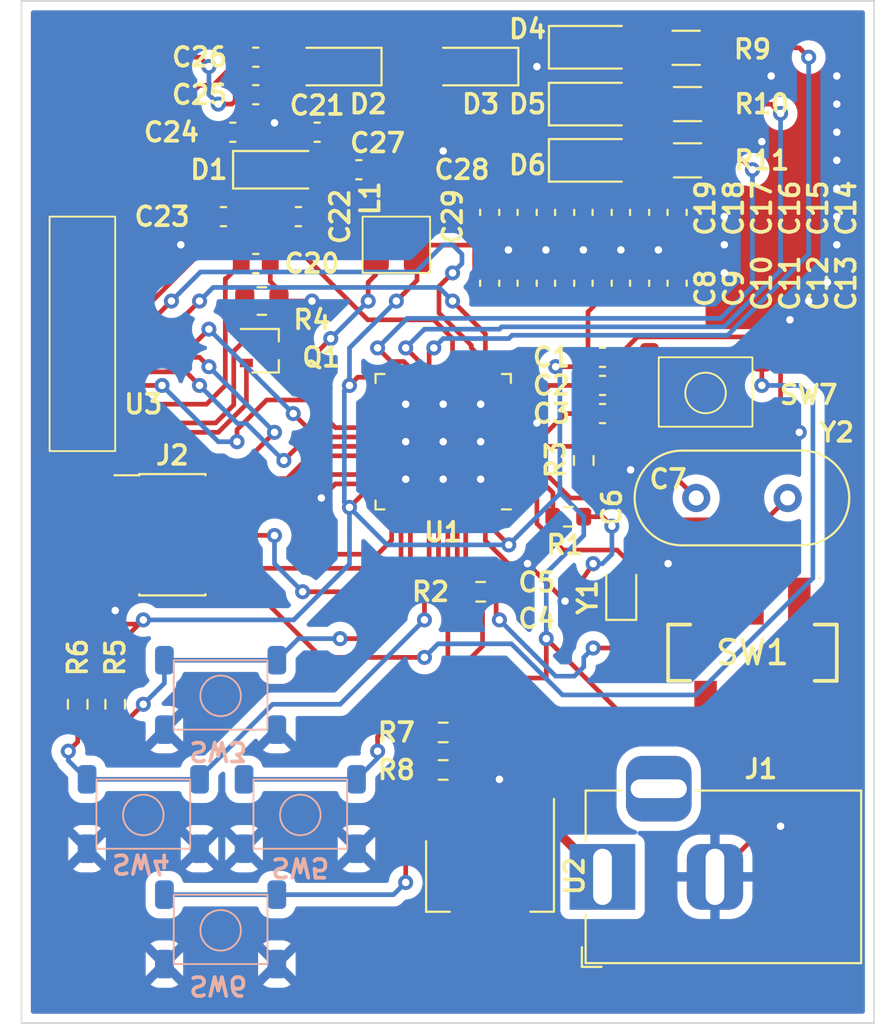
<source format=kicad_pcb>
(kicad_pcb (version 20221018) (generator pcbnew)
  (layers (0 "F.Cu" signal) (31 "B.Cu" signal) (34 "B.Paste" user) (35 "F.Paste" user) (36 "B.SilkS" user "B.Silkscreen") (37 "F.SilkS" user "F.Silkscreen") (38 "B.Mask" user) (39 "F.Mask" user) (44 "Edge.Cuts" user))
  (net 0 "")
  (net 2 "GND")
  (net 3 "VDD")
  (net 11 "Net-(C5-Pad2)")
  (net 12 "Net-(C7-Pad2)")
  (net 13 "Net-(U3-VHDR)")
  (net 14 "Net-(D1-K)")
  (net 15 "Net-(U3-VDH)")
  (net 16 "Net-(U3-VDDD)")
  (net 17 "Net-(U3-VDL)")
  (net 18 "Net-(U3-VCOM)")
  (net 19 "Net-(D2-A)")
  (net 20 "Net-(D1-A)")
  (net 21 "Net-(D2-K)")
  (net 23 "Net-(SW1A-B)")
  (net 24 "Net-(Q1-D)")
  (net 26 "Net-(Q1-G)")
  (net 31 "/epaper/epaper.spi_cs")
  (net 32 "/epaper/epaper.spi_scl")
  (net 33 "/epaper/epaper.spi_sda")
  (net 34 "/epaper/epaper.gpio_bs")
  (net 35 "/epaper/epaper.gpio_dc")
  (net 36 "/epaper/epaper.gpio_busy_n")
  (net 37 "/epaper/epaper.gpio_reset_n")
  (net 42 "unconnected-(U1-PB4-Pad40)")
  (net 43 "Net-(U1-PC14)")
  (net 44 "Net-(U1-PD0)")
  (net 45 "Net-(U1-PC15)")
  (net 46 "Net-(U1-BOOT0)")
  (net 47 "Net-(U1-PD1)")
  (net 48 "Net-(U1-PB5)")
  (net 49 "Net-(U1-PB6)")
  (net 50 "Net-(U1-PB7)")
  (net 51 "Net-(U1-PB8)")
  (net 52 "/nreset")
  (net 53 "Net-(J2-SWDIO{slash}TMS)")
  (net 54 "Net-(J2-SWDCLK{slash}TCK)")
  (net 55 "Net-(J2-SWO{slash}TDO)")
  (net 56 "Net-(J2-NC{slash}TDI)")
  (net 57 "Vin")
  (net 58 "Net-(D4-A)")
  (net 59 "Net-(D5-A)")
  (net 60 "Net-(D6-A)")
  (net 61 "Net-(U1-PB11)")
  (net 62 "Net-(U1-PB10)")
  (net 63 "Net-(U1-PB2)")
  (footprint "Capacitor_SMD:C_0603_1608Metric" (layer "F.Cu") (at 142.98 79.05 90)
    (fp_text reference "C11")
    (fp_text value "100nf")
  )
  (footprint "Capacitor_SMD:C_0603_1608Metric" (layer "F.Cu") (at 136.98 79.05 90)
    (fp_text reference "C8")
    (fp_text value "100nf")
  )
  (footprint "Connector_PinHeader_1.27mm:PinHeader_2x05_P1.27mm_Vertical_SMD" (layer "F.Cu") (at 120.05 92.46)
    (fp_text reference "J2")
    (fp_text value "Conn_ARM_JTAG_SWD_10")
  )
  (footprint "Capacitor_SMD:C_0603_1608Metric" (layer "F.Cu") (at 130 73)
    (fp_text reference "C27")
    (fp_text value "4.7uF / 25V")
  )
  (footprint "Capacitor_SMD:C_0603_1608Metric" (layer "F.Cu") (at 144.98 79.05 90)
    (fp_text reference "C12")
    (fp_text value "100nf")
  )
  (footprint "Resistor_SMD:R_0603_1608Metric" (layer "F.Cu") (at 141.175 91.5 180)
    (fp_text reference "R1")
    (fp_text value "0")
  )
  (footprint "Capacitor_SMD:C_0603_1608Metric" (layer "F.Cu") (at 143 86 180)
    (fp_text reference "C3")
    (fp_text value "100nf")
  )
  (footprint "Capacitor_SMD:C_0201_0603Metric" (layer "F.Cu") (at 133.5 73.5)
    (fp_text reference "C28")
    (fp_text value "1uF / 6.3V")
  )
  (footprint "Diode_SMD:D_SOD-123" (layer "F.Cu") (at 128.85 67.5 180)
    (fp_text reference "D2")
    (fp_text value "SS2040FL")
  )
  (footprint "Crystal:Crystal_SMD_TXC_9HT11-2Pin_2.0x1.2mm" (layer "F.Cu") (at 144 95.8 90)
    (fp_text reference "Y1")
    (fp_text value "32k")
  )
  (footprint "Capacitor_SMD:C_0201_0603Metric" (layer "F.Cu") (at 133.5 74.5)
    (fp_text reference "C29")
    (fp_text value "0.1uF / 16V")
  )
  (footprint "LED_SMD:LED_1206_3216Metric" (layer "F.Cu") (at 142.4275 69.5)
    (fp_text reference "D5")
    (fp_text value "LED")
  )
  (footprint "Capacitor_SMD:C_0603_1608Metric" (layer "F.Cu") (at 142.98 75.275 -90)
    (fp_text reference "C16")
    (fp_text value "100nf")
  )
  (footprint "Capacitor_SMD:C_0603_1608Metric" (layer "F.Cu") (at 140.98 79.05 90)
    (fp_text reference "C10")
    (fp_text value "100nf")
  )
  (footprint "Resistor_SMD:R_0805_2012Metric" (layer "F.Cu") (at 124.825 80 180)
    (fp_text reference "R4")
    (fp_text value "0.47R")
  )
  (footprint "Diode_SMD:D_SOD-123" (layer "F.Cu") (at 125.65 73)
    (fp_text reference "D1")
    (fp_text value "SS2040FL")
  )
  (footprint "Package_DFN_QFN:QFN-48-1EP_7x7mm_P0.5mm_EP5.6x5.6mm" (layer "F.Cu") (at 134.5 87.5 180)
    (fp_text reference "U1")
    (fp_text value "STM32F103CBUx")
  )
  (footprint "Connector_BarrelJack:BarrelJack_Horizontal" (layer "F.Cu") (at 143 110.7 180)
    (fp_text reference "J1")
    (fp_text value "Barrel_Jack")
  )
  (footprint "Capacitor_SMD:C_0603_1608Metric" (layer "F.Cu") (at 124.5 67 180)
    (fp_text reference "C26")
    (fp_text value "1uF / 25V")
  )
  (footprint "Resistor_SMD:R_1206_3216Metric" (layer "F.Cu") (at 147.4625 66.5)
    (fp_text reference "R9")
    (fp_text value "470")
  )
  (footprint "Capacitor_SMD:C_0603_1608Metric" (layer "F.Cu") (at 136.98 75.275 -90)
    (fp_text reference "C19")
    (fp_text value "100nf")
  )
  (footprint "Resistor_SMD:R_0603_1608Metric" (layer "F.Cu") (at 117 101.5 90)
    (fp_text reference "R5")
    (fp_text value "1K")
  )
  (footprint "Resistor_SMD:R_0603_1608Metric" (layer "F.Cu") (at 134.5 103)
    (fp_text reference "R7")
    (fp_text value "1K")
  )
  (footprint "Package_TO_SOT_SMD:SOT-223" (layer "F.Cu") (at 137 110.65 -90)
    (fp_text reference "U2")
    (fp_text value "~")
  )
  (footprint "Capacitor_SMD:C_0201_0603Metric" (layer "F.Cu") (at 143.5 89.345 -90)
    (fp_text reference "C6")
    (fp_text value "20pf")
  )
  (footprint "LED_SMD:LED_1206_3216Metric" (layer "F.Cu") (at 142.4275 72.5)
    (fp_text reference "D6")
    (fp_text value "LED")
  )
  (footprint "Resistor_SMD:R_1206_3216Metric" (layer "F.Cu") (at 147.5375 72.5)
    (fp_text reference "R11")
    (fp_text value "470")
  )
  (footprint "Capacitor_SMD:C_0603_1608Metric" (layer "F.Cu") (at 146.98 75.275 -90)
    (fp_text reference "C14")
    (fp_text value "100nf")
  )
  (footprint "Capacitor_SMD:C_0603_1608Metric" (layer "F.Cu") (at 124.5 69 180)
    (fp_text reference "C25")
    (fp_text value "1uF / 25V")
  )
  (footprint "NoahFootprintLib:PTS526" (layer "F.Cu") (at 152 86.7 180)
    (fp_text reference "SW7")
    (fp_text value "SW_Push")
  )
  (footprint "Capacitor_SMD:C_0603_1608Metric" (layer "F.Cu") (at 123.275 71 180)
    (fp_text reference "C24")
    (fp_text value "1uF / 25V")
  )
  (footprint "Resistor_SMD:R_0603_1608Metric" (layer "F.Cu") (at 136.5 95.5 180)
    (fp_text reference "R2")
    (fp_text value "10K")
  )
  (footprint "Capacitor_SMD:C_0603_1608Metric" (layer "F.Cu") (at 138.98 75.275 -90)
    (fp_text reference "C18")
    (fp_text value "100nf")
  )
  (footprint "Crystal:Crystal_HC49-4H_Vertical" (layer "F.Cu") (at 148 90.5)
    (fp_text reference "Y2")
    (fp_text value "8MHz")
  )
  (footprint "Capacitor_SMD:C_0201_0603Metric" (layer "F.Cu") (at 143.5 87.845 -90)
    (fp_text reference "C7")
    (fp_text value "20pf")
  )
  (footprint "Capacitor_SMD:C_0603_1608Metric" (layer "F.Cu") (at 143 84.5)
    (fp_text reference "C2")
    (fp_text value "1uf")
  )
  (footprint "Capacitor_SMD:C_0603_1608Metric" (layer "F.Cu") (at 140.98 75.275 -90)
    (fp_text reference "C17")
    (fp_text value "100nf")
  )
  (footprint "Capacitor_SMD:C_0201_0603Metric" (layer "F.Cu") (at 141.464744 97)
    (fp_text reference "C4")
    (fp_text value "10pf")
  )
  (footprint "Capacitor_SMD:C_0201_0603Metric" (layer "F.Cu") (at 141.5 95)
    (fp_text reference "C5")
    (fp_text value "10pf")
  )
  (footprint "NoahFootprintLib:E2154QS0F1" (layer "F.Cu") (at 117 91 180)
    (fp_text reference "U3")
    (fp_text value "~")
  )
  (footprint "Capacitor_SMD:C_0603_1608Metric" (layer "F.Cu") (at 126.775 75.5)
    (fp_text reference "C22")
    (fp_text value "1uF / 25V")
  )
  (footprint "Capacitor_SMD:C_0603_1608Metric" (layer "F.Cu") (at 146.98 79.05 90)
    (fp_text reference "C13")
    (fp_text value "100nf")
  )
  (footprint "Resistor_SMD:R_1206_3216Metric" (layer "F.Cu") (at 147.5375 69.5)
    (fp_text reference "R10")
    (fp_text value "470")
  )
  (footprint "Capacitor_SMD:C_0603_1608Metric" (layer "F.Cu") (at 124.5 78 180)
    (fp_text reference "C20")
    (fp_text value "1uF / 25V")
  )
  (footprint "Resistor_SMD:R_0603_1608Metric" (layer "F.Cu") (at 134.5 105)
    (fp_text reference "R8")
    (fp_text value "1K")
  )
  (footprint "Package_TO_SOT_SMD:SOT-323_SC-70" (layer "F.Cu") (at 125 82.65)
    (fp_text reference "Q1")
    (fp_text value "NMOS")
  )
  (footprint "Capacitor_SMD:C_0603_1608Metric" (layer "F.Cu") (at 144.98 75.275 -90)
    (fp_text reference "C15")
    (fp_text value "100nf")
  )
  (footprint "Diode_SMD:D_SOD-123" (layer "F.Cu") (at 136.15 67.5 180)
    (fp_text reference "D3")
    (fp_text value "SS2040FL")
  )
  (footprint "Capacitor_SMD:C_0603_1608Metric" (layer "F.Cu") (at 127.775 71)
    (fp_text reference "C21")
    (fp_text value "1uF / 25V")
  )
  (footprint "Capacitor_SMD:C_0603_1608Metric" (layer "F.Cu") (at 143 83)
    (fp_text reference "C1")
    (fp_text value "100nf")
  )
  (footprint "NoahFootprintLib:SDR0302" (layer "F.Cu") (at 132 69.719 -90)
    (fp_text reference "L1")
    (fp_text value "10uH")
  )
  (footprint "Resistor_SMD:R_0603_1608Metric" (layer "F.Cu") (at 142 88.5 90)
    (fp_text reference "R3")
    (fp_text value "380")
  )
  (footprint "Capacitor_SMD:C_0603_1608Metric" (layer "F.Cu") (at 138.98 79.05 90)
    (fp_text reference "C9")
    (fp_text value "100nf")
  )
  (footprint "LED_SMD:LED_1206_3216Metric" (layer "F.Cu") (at 142.4275 66.47)
    (fp_text reference "D4")
    (fp_text value "LED")
  )
  (footprint "Capacitor_SMD:C_0603_1608Metric" (layer "F.Cu") (at 122.775 75.5 180)
    (fp_text reference "C23")
    (fp_text value "1uF / 25V")
  )
  (footprint "Resistor_SMD:R_0603_1608Metric" (layer "F.Cu") (at 115 101.5 90)
    (fp_text reference "R6")
    (fp_text value "1K")
  )
  (footprint "NoahFootprintLib:JS202011SCQN[1]" (layer "F.Cu") (at 151 98.75 180)
    (fp_text reference "SW1")
    (fp_text value "SW_DPDT_x2" hide)
  )
  (footprint "NoahFootprintLib:PTS526" (layer "B.Cu") (at 119.125 115.35)
    (fp_text reference "SW6")
    (fp_text value "SW_Push")
  )
  (footprint "NoahFootprintLib:PTS526" (layer "B.Cu") (at 115 109.2)
    (fp_text reference "SW4")
    (fp_text value "SW_Push")
  )
  (footprint "NoahFootprintLib:PTS526" (layer "B.Cu") (at 119.125 102.85)
    (fp_text reference "SW3")
    (fp_text value "SW_Push")
  )
  (footprint "NoahFootprintLib:PTS526" (layer "B.Cu") (at 123.375 109.2)
    (fp_text reference "SW5")
    (fp_text value "SW_Push")
  )
  (gr_rect (start 112 64) (end 157.5 118.5) (stroke (width 0.1)) (fill none) (layer "Edge.Cuts"))
  (segment (start 151.7 108) (end 152.5 108) (width 0.25) (layer "F.Cu") (net 2))
  (segment (start 141 96) (end 141.144744 95.855256) (width 0.25) (layer "F.Cu") (net 2))
  (segment (start 120.5 77.5) (end 120.5 77) (width 0.25) (layer "F.Cu") (net 2))
  (segment (start 136.75 89.75) (end 136.75 90.9375) (width 0.25) (layer "F.Cu") (net 2))
  (segment (start 153.2 86.7) (end 153.5 87) (width 0.25) (layer "F.Cu") (net 2))
  (segment (start 133.82 73.5) (end 133.82 74.5) (width 0.25) (layer "F.Cu") (net 2))
  (segment (start 132.25 85.25) (end 132.25 84.0625) (width 0.25) (layer "F.Cu") (net 2))
  (segment (start 137.8 67.5) (end 139.5 67.5) (width 0.25) (layer "F.Cu") (net 2))
  (segment (start 118.1 95) (end 116.5 95) (width 0.25) (layer "F.Cu") (net 2))
  (segment (start 116.31 91.19) (end 116 91.5) (width 0.25) (layer "F.Cu") (net 2))
  (segment (start 151.988174 81.913) (end 152.5 82.424826) (width 0.25) (layer "F.Cu") (net 2))
  (segment (start 125.65 79.33) (end 125.275 78.955) (width 0.25) (layer "F.Cu") (net 2))
  (segment (start 137.9375 86.75) (end 135.25 86.75) (width 0.25) (layer "F.Cu") (net 2))
  (segment (start 143.775 83) (end 143.775 86) (width 0.25) (layer "F.Cu") (net 2))
  (segment (start 116.5 95) (end 116 95.5) (width 0.25) (layer "F.Cu") (net 2))
  (segment (start 143.775 83) (end 144.862 81.913) (width 0.25) (layer "F.Cu") (net 2))
  (segment (start 128.75 89.75) (end 128 90.5) (width 0.25) (layer "F.Cu") (net 2))
  (segment (start 125.65 80) (end 125.65 79.33) (width 0.25) (layer "F.Cu") (net 2))
  (segment (start 144.862 81.913) (end 151.988174 81.913) (width 0.25) (layer "F.Cu") (net 2))
  (segment (start 143.775 83) (end 143.775 82.681396) (width 0.25) (layer "F.Cu") (net 2))
  (segment (start 144.98 78.275) (end 143.98 77.275) (width 0.25) (layer "F.Cu") (net 2))
  (segment (start 135.25 86.75) (end 134.5 87.5) (width 0.25) (layer "F.Cu") (net 2))
  (segment (start 138.98 78.275) (end 137.98 77.275) (width 0.25) (layer "F.Cu") (net 2))
  (segment (start 152.5 82.424826) (end 152.5 85.7) (width 0.25) (layer "F.Cu") (net 2))
  (segment (start 145.98 76.05) (end 136.98 76.05) (width 0.25) (layer "F.Cu") (net 2))
  (segment (start 133.82 73.5) (end 133.82 72.68) (width 0.25) (layer "F.Cu") (net 2))
  (segment (start 136.98 78.275) (end 146.98 78.275) (width 0.25) (layer "F.Cu") (net 2))
  (segment (start 144.475 89.025) (end 144.5 89) (width 0.25) (layer "F.Cu") (net 2))
  (segment (start 127.5 80) (end 127.525306 80) (width 0.25) (layer "F.Cu") (net 2))
  (segment (start 137 107.5) (end 137 106) (width 0.25) (layer "F.Cu") (net 2))
  (segment (start 137.25 86.75) (end 137.9375 86.75) (width 0.25) (layer "F.Cu") (net 2))
  (segment (start 125.5 70.5) (end 125.475 70.5) (width 0.25) (layer "F.Cu") (net 2))
  (segment (start 116 93.5) (end 116 95.5) (width 0.25) (layer "F.Cu") (net 2))
  (segment (start 140.98 78.275) (end 139.98 77.275) (width 0.25) (layer "F.Cu") (net 2))
  (segment (start 132.5 89.5) (end 132.25 89.75) (width 0.25) (layer "F.Cu") (net 2))
  (segment (start 116 95.5) (end 117 96.5) (width 0.25) (layer "F.Cu") (net 2))
  (segment (start 122.05 77) (end 123.55 75.5) (width 0.25) (layer "F.Cu") (net 2))
  (segment (start 126.5 70.5) (end 127 71) (width 0.25) (layer "F.Cu") (net 2))
  (segment (start 125.5 70.5) (end 125.5 69.225) (width 0.25) (layer "F.Cu") (net 2))
  (segment (start 125.275 78.955) (end 125.275 78) (width 0.25) (layer "F.Cu") (net 2))
  (segment (start 149 110.7) (end 151.7 108) (width 0.25) (layer "F.Cu") (net 2))
  (segment (start 115.5 79.5) (end 118.5 79.5) (width 0.25) (layer "F.Cu") (net 2))
  (segment (start 146.98 78.275) (end 145.98 77.275) (width 0.25) (layer "F.Cu") (net 2))
  (segment (start 142.98 78.275) (end 141.98 77.275) (width 0.25) (layer "F.Cu") (net 2))
  (segment (start 141.144744 95.855256) (end 141.144744 95.035256) (width 0.25) (layer "F.Cu") (net 2))
  (segment (start 142.98 78.275) (end 142.98 76.05) (width 0.25) (layer "F.Cu") (net 2))
  (segment (start 141.144744 95.035256) (end 141.18 95) (width 0.25) (layer "F.Cu") (net 2))
  (segment (start 139.5 67.5) (end 140.53 66.47) (width 0.25) (layer "F.Cu") (net 2))
  (segment (start 125.5 70.5) (end 126.5 70.5) (width 0.25) (layer "F.Cu") (net 2))
  (segment (start 146.98 78.275) (end 146.98 76.05) (width 0.25) (layer "F.Cu") (net 2))
  (segment (start 139.25 86.75) (end 139.5 86.5) (width 0.25) (layer "F.Cu") (net 2))
  (segment (start 143.5 89.025) (end 144.475 89.025) (width 0.25) (layer "F.Cu") (net 2))
  (segment (start 138.98 78.275) (end 138.98 76.05) (width 0.25) (layer "F.Cu") (net 2))
  (segment (start 136.75 90.9375) (end 136.75 92.775305) (width 0.25) (layer "F.Cu") (net 2))
  (segment (start 137.9375 86.75) (end 138.423008 86.75) (width 0.25) (layer "F.Cu") (net 2))
  (segment (start 118.1 92.46) (end 117.04 92.46) (width 0.25) (layer "F.Cu") (net 2))
  (segment (start 152.5 85.7) (end 151.5 86.7) (width 0.25) (layer "F.Cu") (net 2))
  (segment (start 136.75 92.775305) (end 137.974695 94) (width 0.25) (layer "F.Cu") (net 2))
  (segment (start 145.5 86.7) (end 151.5 86.7) (width 0.25) (layer "F.Cu") (net 2))
  (segment (start 137.974695 94) (end 139 94) (width 0.25) (layer "F.Cu") (net 2))
  (segment (start 132.5 85.5) (end 132.25 85.25) (width 0.25) (layer "F.Cu") (net 2))
  (segment (start 120.5 77) (end 122.05 77) (width 0.25) (layer "F.Cu") (net 2))
  (segment (start 148.5 96) (end 146.5 94) (width 0.25) (layer "F.Cu") (net 2))
  (segment (start 139 94) (end 141 96) (width 0.25) (layer "F.Cu") (net 2))
  (segment (start 141.144744 97) (end 141.144744 96.144744) (width 0.25) (layer "F.Cu") (net 2))
  (segment (start 118.5 79.5) (end 120.5 77.5) (width 0.25) (layer "F.Cu") (net 2))
  (segment (start 133.82 72.68) (end 134.5 72) (width 0.25) (layer "F.Cu") (net 2))
  (segment (start 124.05 71) (end 125 71) (width 0.25) (layer "F.Cu") (net 2))
  (segment (start 132.25 89.75) (end 131.0625 89.75) (width 0.25) (layer "F.Cu") (net 2))
  (segment (start 118.1 91.19) (end 116.31 91.19) (width 0.25) (layer "F.Cu") (net 2))
  (segment (start 140.98 78.275) (end 140.98 76.05) (width 0.25) (layer "F.Cu") (net 2))
  (segment (start 131.0625 89.75) (end 128.75 89.75) (width 0.25) (layer "F.Cu") (net 2))
  (segment (start 136.98 78.275) (end 136.98 76.05) (width 0.25) (layer "F.Cu") (net 2))
  (segment (start 144.675 87.525) (end 145.5 86.7) (width 0.25) (layer "F.Cu") (net 2))
  (segment (start 146.98 76.05) (end 145.98 76.05) (width 0.25) (layer "F.Cu") (net 2))
  (segment (start 141.144744 96.144744) (end 141 96) (width 0.25) (layer "F.Cu") (net 2))
  (segment (start 151.5 86.7) (end 153.2 86.7) (width 0.25) (layer "F.Cu") (net 2))
  (segment (start 123.55 75.5) (end 126 75.5) (width 0.25) (layer "F.Cu") (net 2))
  (segment (start 125.65 80) (end 127.5 80) (width 0.25) (layer "F.Cu") (net 2))
  (segment (start 137 106) (end 137.5 105.5) (width 0.25) (layer "F.Cu") (net 2))
  (segment (start 137.9375 86.75) (end 139.25 86.75) (width 0.25) (layer "F.Cu") (net 2))
  (segment (start 136.5 87.5) (end 137.25 86.75) (width 0.25) (layer "F.Cu") (net 2))
  (segment (start 125 71) (end 125.5 70.5) (width 0.25) (layer "F.Cu") (net 2))
  (segment (start 117.04 92.46) (end 116 93.5) (width 0.25) (layer "F.Cu") (net 2))
  (segment (start 125.275 67) (end 125.275 69) (width 0.25) (layer "F.Cu") (net 2))
  (segment (start 143.5 87.525) (end 144.675 87.525) (width 0.25) (layer "F.Cu") (net 2))
  (segment (start 116 91.5) (end 116 93.5) (width 0.25) (layer "F.Cu") (net 2))
  (segment (start 141.0275 73.25) (end 141.0275 69.86) (width 0.25) (layer "F.Cu") (net 2))
  (segment (start 125.5 69.225) (end 125.275 69) (width 0.25) (layer "F.Cu") (net 2))
  (segment (start 140.53 66.47) (end 141.0275 66.47) (width 0.25) (layer "F.Cu") (net 2))
  (segment (start 136.5 89.5) (end 136.75 89.75) (width 0.25) (layer "F.Cu") (net 2))
  (segment (start 141.0275 66.47) (end 141.0275 69.86) (width 0.25) (layer "F.Cu") (net 2))
  (via (at 127.5 80) (size 0.8) (drill 0.4) (layers "F.Cu" "B.Cu") (net 2))
  (via (at 152.5 108) (size 0.8) (drill 0.4) (layers "F.Cu" "B.Cu") (net 2))
  (via (at 134.5 72) (size 0.8) (drill 0.4) (layers "F.Cu" "B.Cu") (net 2))
  (via (at 155.5 72.5) (size 0.8) (drill 0.4) (layers "F.Cu" "B.Cu") (net 2))
  (via (at 136.5 89.5) (size 0.8) (drill 0.4) (layers "F.Cu" "B.Cu") (net 2))
  (via (at 134.5 89.5) (size 0.8) (drill 0.4) (layers "F.Cu" "B.Cu") (net 2))
  (via (at 128 90.5) (size 0.8) (drill 0.4) (layers "F.Cu" "B.Cu") (net 2))
  (via (at 153 81) (size 0.8) (drill 0.4) (layers "F.Cu" "B.Cu") (net 2))
  (via (at 139.5 86.5) (size 0.8) (drill 0.4) (layers "F.Cu" "B.Cu") (net 2))
  (via (at 134.5 87.5) (size 0.8) (drill 0.4) (layers "F.Cu" "B.Cu") (net 2))
  (via (at 151.5 71.5) (size 0.8) (drill 0.4) (layers "F.Cu" "B.Cu") (net 2))
  (via (at 141.98 77.275) (size 0.8) (drill 0.4) (layers "F.Cu" "B.Cu") (net 2))
  (via (at 155.5 77) (size 0.8) (drill 0.4) (layers "F.Cu" "B.Cu") (net 2))
  (via (at 143.98 77.275) (size 0.8) (drill 0.4) (layers "F.Cu" "B.Cu") (net 2))
  (via (at 117 96.5) (size 0.8) (drill 0.4) (layers "F.Cu" "B.Cu") (net 2))
  (via (at 132.5 87.5) (size 0.8) (drill 0.4) (layers "F.Cu" "B.Cu") (net 2))
  (via (at 139.5 67.5) (size 0.8) (drill 0.4) (layers "F.Cu" "B.Cu") (net 2))
  (via (at 155.5 71) (size 0.8) (drill 0.4) (layers "F.Cu" "B.Cu") (net 2))
  (via (at 139.98 77.275) (size 0.8) (drill 0.4) (layers "F.Cu" "B.Cu") (net 2))
  (via (at 120.5 77) (size 0.8) (drill 0.4) (layers "F.Cu" "B.Cu") (net 2))
  (via (at 149.5 75.5) (size 0.8) (drill 0.4) (layers "F.Cu" "B.Cu") (net 2))
  (via (at 155.5 69.5) (size 0.8) (drill 0.4) (layers "F.Cu" "B.Cu") (net 2))
  (via (at 155.5 74) (size 0.8) (drill 0.4) (layers "F.Cu" "B.Cu") (net 2))
  (via (at 136.5 87.5) (size 0.8) (drill 0.4) (layers "F.Cu" "B.Cu") (net 2))
  (via (at 145.98 77.275) (size 0.8) (drill 0.4) (layers "F.Cu" "B.Cu") (net 2))
  (via (at 155.5 75.5) (size 0.8) (drill 0.4) (layers "F.Cu" "B.Cu") (net 2))
  (via (at 141 96) (size 0.8) (drill 0.4) (layers "F.Cu" "B.Cu") (net 2))
  (via (at 149.5 78.5) (size 0.8) (drill 0.4) (layers "F.Cu" "B.Cu") (net 2))
  (via (at 125.5 70.5) (size 0.8) (drill 0.4) (layers "F.Cu" "B.Cu") (net 2))
  (via (at 155.5 68) (size 0.8) (drill 0.4) (layers "F.Cu" "B.Cu") (net 2))
  (via (at 132.5 89.5) (size 0.8) (drill 0.4) (layers "F.Cu" "B.Cu") (net 2))
  (via (at 152 68) (size 0.8) (drill 0.4) (layers "F.Cu" "B.Cu") (net 2))
  (via (at 153.5 87) (size 0.8) (drill 0.4) (layers "F.Cu" "B.Cu") (net 2))
  (via (at 137.5 105.5) (size 0.8) (drill 0.4) (layers "F.Cu" "B.Cu") (net 2))
  (via (at 136.5 85.5) (size 0.8) (drill 0.4) (layers "F.Cu" "B.Cu") (net 2))
  (via (at 134.5 85.5) (size 0.8) (drill 0.4) (layers "F.Cu" "B.Cu") (net 2))
  (via (at 155 79) (size 0.8) (drill 0.4) (layers "F.Cu" "B.Cu") (net 2))
  (via (at 149.5 77) (size 0.8) (drill 0.4) (layers "F.Cu" "B.Cu") (net 2))
  (via (at 146.5 94) (size 0.8) (drill 0.4) (layers "F.Cu" "B.Cu") (net 2))
  (via (at 154 80) (size 0.8) (drill 0.4) (layers "F.Cu" "B.Cu") (net 2))
  (via (at 144.5 89) (size 0.8) (drill 0.4) (layers "F.Cu" "B.Cu") (net 2))
  (via (at 139 94) (size 0.8) (drill 0.4) (layers "F.Cu" "B.Cu") (net 2))
  (via (at 137.98 77.275) (size 0.8) (drill 0.4) (layers "F.Cu" "B.Cu") (net 2))
  (via (at 132.5 85.5) (size 0.8) (drill 0.4) (layers "F.Cu" "B.Cu") (net 2))
  (segment (start 126 70.5) (end 125.5 70.5) (width 0.25) (layer "B.Cu") (net 2))
  (segment (start 114.416636 80.5) (end 115.5 80.5) (width 0.25) (layer "F.Cu") (net 3))
  (segment (start 140.5 83.5) (end 141.725 83.5) (width 0.25) (layer "F.Cu") (net 3))
  (segment (start 154.204382 103.002) (end 145.002 103.002) (width 0.25) (layer "F.Cu") (net 3))
  (segment (start 118.1 89.92) (end 116.9 89.92) (width 0.25) (layer "F.Cu") (net 3))
  (segment (start 117.104 65.896) (end 113.675 69.325) (width 0.25) (layer "F.Cu") (net 3))
  (segment (start 153.5 96) (end 154.352 96.852) (width 0.25) (layer "F.Cu") (net 3))
  (segment (start 118.275 97.225) (end 118.5 97) (width 0.25) (layer "F.Cu") (net 3))
  (segment (start 136.5 101.825) (end 136.5 100.5) (width 0.25) (layer "F.Cu") (net 3))
  (segment (start 136.18 75.3) (end 136.98 74.5) (width 0.25) (layer "F.Cu") (net 3))
  (segment (start 138.423008 86.25) (end 140.173008 84.5) (width 0.25) (layer "F.Cu") (net 3))
  (segment (start 133.18 74.5) (end 133.18 76.939) (width 0.25) (layer "F.Cu") (net 3))
  (segment (start 135.275 68.102818) (end 135.275 66.897182) (width 0.25) (layer "F.Cu") (net 3))
  (segment (start 147.78 79.025) (end 146.98 79.825) (width 0.25) (layer "F.Cu") (net 3))
  (segment (start 115.836636 89.92) (end 118.1 89.92) (width 0.25) (layer "F.Cu") (net 3))
  (segment (start 132 80) (end 133.1 78.9) (width 0.25) (layer "F.Cu") (net 3))
  (segment (start 113.916636 80) (end 115.5 80) (width 0.25) (layer "F.Cu") (net 3))
  (segment (start 116.699695 97.225) (end 118.275 97.225) (width 0.25) (layer "F.Cu") (net 3))
  (segment (start 115.55 96.075305) (end 116.699695 97.225) (width 0.25) (layer "F.Cu") (net 3))
  (segment (start 135.275 66.897182) (end 134.273818 65.896) (width 0.25) (layer "F.Cu") (net 3))
  (segment (start 147.78 75.597182) (end 147.78 79.025) (width 0.25) (layer "F.Cu") (net 3))
  (segment (start 115.55 91.27) (end 115.55 96.075305) (width 0.25) (layer "F.Cu") (net 3))
  (segment (start 113.675 69.325) (end 113.675 79.758364) (width 0.25) (layer "F.Cu") (net 3))
  (segment (start 118.5 97) (end 117 98.5) (width 0.25) (layer "F.Cu") (net 3))
  (segment (start 113.675 79.758364) (end 114.416636 80.5) (width 0.25) (layer "F.Cu") (net 3))
  (segment (start 154.352 96.852) (end 154.352 102.854382) (width 0.25) (layer "F.Cu") (net 3))
  (segment (start 136.98 79.825) (end 146.98 79.825) (width 0.25) (layer "F.Cu") (net 3))
  (segment (start 135.325 103) (end 136.5 101.825) (width 0.25) (layer "F.Cu") (net 3))
  (segment (start 136.9 100.1) (end 140 100.1) (width 0.25) (layer "F.Cu") (net 3))
  (segment (start 133.18 70.197818) (end 135.275 68.102818) (width 0.25) (layer "F.Cu") (net 3))
  (segment (start 136.98 79.825) (end 136.18 79.025) (width 0.25) (layer "F.Cu") (net 3))
  (segment (start 146.682818 74.5) (end 147.78 75.597182) (width 0.25) (layer "F.Cu") (net 3))
  (segment (start 137.25 92.25) (end 138 93) (width 0.25) (layer "F.Cu") (net 3))
  (segment (start 117 100.675) (end 115 100.675) (width 0.25) (layer "F.Cu") (net 3))
  (segment (start 117 98.5) (end 117 100.675) (width 0.25) (layer "F.Cu") (net 3))
  (segment (start 146.48 74.5) (end 146.682818 74.5) (width 0.25) (layer "F.Cu") (net 3))
  (segment (start 146.48 74.5) (end 146.98 74.5) (width 0.25) (layer "F.Cu") (net 3))
  (segment (start 113.675 79.758364) (end 113.916636 80) (width 0.25) (layer "F.Cu") (net 3))
  (segment (start 142.225 83) (end 142.225 84.5) (width 0.25) (layer "F.Cu") (net 3))
  (segment (start 136.5 100.5) (end 136.9 100.1) (width 0.25) (layer "F.Cu") (net 3))
  (segment (start 134.7 105.625) (end 135.325 105) (width 0.25) (layer "F.Cu") (net 3))
  (segment (start 140.173008 84.5) (end 142.225 84.5) (width 0.25) (layer "F.Cu") (net 3))
  (segment (start 137.9375 86.25) (end 138.423008 86.25) (width 0.25) (layer "F.Cu") (net 3))
  (segment (start 142.225 83) (end 142.225 80.58) (width 0.25) (layer "F.Cu") (net 3))
  (segment (start 129.9375 84.0625) (end 129.5 84.5) (width 0.25) (layer "F.Cu") (net 3))
  (segment (start 137.25 90.9375) (end 137.25 92.25) (width 0.25) (layer "F.Cu") (net 3))
  (segment (start 136.18 77) (end 136.161 77.019) (width 0.25) (layer "F.Cu") (net 3))
  (segment (start 135.325 105) (end 135.325 103) (width 0.25) (layer "F.Cu") (net 3))
  (segment (start 131.0625 90.25) (end 130.25 90.25) (width 0.25) (layer "F.Cu") (net 3))
  (segment (start 140 100.1) (end 140 98) (width 0.25) (layer "F.Cu") (net 3))
  (segment (start 133.18 73.5) (end 133.18 74.5) (width 0.25) (layer "F.Cu") (net 3))
  (segment (start 130.25 90.25) (end 129.5 91) (width 0.25) (layer "F.Cu") (net 3))
  (segment (start 134.273818 65.896) (end 117.104 65.896) (width 0.25) (layer "F.Cu") (net 3))
  (segment (start 113.675 87.758364) (end 115.836636 89.92) (width 0.25) (layer "F.Cu") (net 3))
  (segment (start 133.18 73.5) (end 133.18 70.197818) (width 0.25) (layer "F.Cu") (net 3))
  (segment (start 136.18 77) (end 136.18 75.3) (width 0.25) (layer "F.Cu") (net 3))
  (segment (start 136.18 79.025) (end 136.18 77) (width 0.25) (layer "F.Cu") (net 3))
  (segment (start 142.5 82.725) (end 142.225 83) (width 0.25) (layer "F.Cu") (net 3))
  (segment (start 136.161 77.019) (end 133.1 77.019) (width 0.25) (layer "F.Cu") (net 3))
  (segment (start 116.9 89.92) (end 115.55 91.27) (width 0.25) (layer "F.Cu") (net 3))
  (segment (start 136.98 74.5) (end 146.48 74.5) (width 0.25) (layer "F.Cu") (net 3))
  (segment (start 154.352 102.854382) (end 154.204382 103.002) (width 0.25) (layer "F.Cu") (net 3))
  (segment (start 133.1 78.9) (end 133.1 77.019) (width 0.25) (layer "F.Cu") (net 3))
  (segment (start 145.002 103.002) (end 140 98) (width 0.25) (layer "F.Cu") (net 3))
  (segment (start 133.18 76.939) (end 133.1 77.019) (width 0.25) (layer "F.Cu") (net 3))
  (segment (start 141.725 83.5) (end 142.225 83) (width 0.25) (layer "F.Cu") (net 3))
  (segment (start 134.7 107.5) (end 134.7 105.625) (width 0.25) (layer "F.Cu") (net 3))
  (segment (start 131.75 84.0625) (end 129.9375 84.0625) (width 0.25) (layer "F.Cu") (net 3))
  (segment (start 142.225 80.58) (end 142.98 79.825) (width 0.25) (layer "F.Cu") (net 3))
  (segment (start 113.675 79.758364) (end 113.675 87.758364) (width 0.25) (layer "F.Cu") (net 3))
  (via (at 140.5 83.5) (size 0.8) (drill 0.4) (layers "F.Cu" "B.Cu") (net 3))
  (via (at 129.5 91) (size 0.8) (drill 0.4) (layers "F.Cu" "B.Cu") (net 3))
  (via (at 140 98) (size 0.8) (drill 0.4) (layers "F.Cu" "B.Cu") (net 3))
  (via (at 118.5 97) (size 0.8) (drill 0.4) (layers "F.Cu" "B.Cu") (net 3))
  (via (at 132 80) (size 0.8) (drill 0.4) (layers "F.Cu" "B.Cu") (net 3))
  (via (at 129.5 84.5) (size 0.8) (drill 0.4) (layers "F.Cu" "B.Cu") (net 3))
  (via (at 138 93) (size 0.8) (drill 0.4) (layers "F.Cu" "B.Cu") (net 3))
  (segment (start 140.775 90.275) (end 142 91.5) (width 0.25) (layer "B.Cu") (net 3))
  (segment (start 138 93) (end 131.5 93) (width 0.25) (layer "B.Cu") (net 3))
  (segment (start 126.525305 97) (end 118.5 97) (width 0.25) (layer "B.Cu") (net 3))
  (segment (start 140.725 83.725) (end 140.5 83.5) (width 0.25) (layer "B.Cu") (net 3))
  (segment (start 129.5 94.025305) (end 126.525305 97) (width 0.25) (layer "B.Cu") (net 3))
  (segment (start 140.725 90.275) (end 140.725 83.725) (width 0.25) (layer "B.Cu") (net 3))
  (segment (start 129.225 84.775) (end 129.225 90.725) (width 0.25) (layer "B.Cu") (net 3))
  (segment (start 129.225 90.725) (end 129.5 91) (width 0.25) (layer "B.Cu") (net 3))
  (segment (start 129.5 84.5) (end 129.225 84.775) (width 0.25) (layer "B.Cu") (net 3))
  (segment (start 142 92.5) (end 142 91.5) (width 0.25) (layer "B.Cu") (net 3))
  (segment (start 140 98) (end 140 94.5) (width 0.25) (layer "B.Cu") (net 3))
  (segment (start 129.5 91) (end 129.5 92.386396) (width 0.25) (layer "B.Cu") (net 3))
  (segment (start 129.5 82.5) (end 132 80) (width 0.25) (layer "B.Cu") (net 3))
  (segment (start 140 94.5) (end 140.5 94) (width 0.25) (layer "B.Cu") (net 3))
  (segment (start 129.5 84.5) (end 129.5 82.5) (width 0.25) (layer "B.Cu") (net 3))
  (segment (start 140.5 94) (end 142 92.5) (width 0.25) (layer "B.Cu") (net 3))
  (segment (start 129.5 92.386396) (end 129.5 94.025305) (width 0.25) (layer "B.Cu") (net 3))
  (segment (start 131.5 93) (end 129.5 91) (width 0.25) (layer "B.Cu") (net 3))
  (segment (start 140.725 90.275) (end 140.775 90.275) (width 0.25) (layer "B.Cu") (net 3))
  (segment (start 138 93) (end 140.725 90.275) (width 0.25) (layer "B.Cu") (net 3))
  (segment (start 141.82 91.68) (end 142 91.5) (width 0.25) (layer "F.Cu") (net 11))
  (segment (start 143 91.5) (end 143.5 92) (width 0.25) (layer "F.Cu") (net 11))
  (segment (start 141.82 95) (end 142.5 94) (width 0.25) (layer "F.Cu") (net 11))
  (segment (start 142 91.5) (end 143 91.5) (width 0.25) (layer "F.Cu") (net 11))
  (segment (start 141.92 95.1) (end 141.82 95) (width 0.25) (layer "F.Cu") (net 11))
  (segment (start 144 95.1) (end 141.92 95.1) (width 0.25) (layer "F.Cu") (net 11))
  (segment (start 142.5 94) (end 142.528148 94.291852) (width 0.25) (layer "F.Cu") (net 11))
  (via (at 143.5 92) (size 0.8) (drill 0.4) (layers "F.Cu" "B.Cu") (net 11))
  (via (at 142.5 94) (size 0.8) (drill 0.4) (layers "F.Cu" "B.Cu") (net 11))
  (segment (start 143.5 93.5) (end 143.5 92) (width 0.25) (layer "B.Cu") (net 11))
  (segment (start 143 94) (end 143.5 93.5) (width 0.25) (layer "B.Cu") (net 11))
  (segment (start 142.5 94) (end 143 94) (width 0.25) (layer "B.Cu") (net 11))
  (segment (start 142.34 89.325) (end 143.5 88.165) (width 0.25) (layer "F.Cu") (net 12))
  (segment (start 148 90.5) (end 145.665 88.165) (width 0.25) (layer "F.Cu") (net 12))
  (segment (start 142 89.325) (end 142.34 89.325) (width 0.25) (layer "F.Cu") (net 12))
  (segment (start 145.665 88.165) (end 143.5 88.165) (width 0.25) (layer "F.Cu") (net 12))
  (segment (start 122.92 78.805) (end 123.725 78) (width 0.25) (layer "F.Cu") (net 13))
  (segment (start 122.875 78.805) (end 122.92 78.805) (width 0.25) (layer "F.Cu") (net 13))
  (segment (start 122.875 84.5) (end 121.875 85.5) (width 0.25) (layer "F.Cu") (net 13))
  (segment (start 122.875 78.805) (end 122.875 84.5) (width 0.25) (layer "F.Cu") (net 13))
  (segment (start 121.875 85.5) (end 115.5 85.5) (width 0.25) (layer "F.Cu") (net 13))
  (segment (start 124 73) (end 124.852 72.148) (width 0.25) (layer "F.Cu") (net 14))
  (segment (start 122.201903 73) (end 124 73) (width 0.25) (layer "F.Cu") (net 14))
  (segment (start 115.5 77.5) (end 118 77.5) (width 0.25) (layer "F.Cu") (net 14))
  (segment (start 127.402 72.148) (end 128.55 71) (width 0.25) (layer "F.Cu") (net 14))
  (segment (start 118.5 76.701903) (end 122.201903 73) (width 0.25) (layer "F.Cu") (net 14))
  (segment (start 124.852 72.148) (end 127.402 72.148) (width 0.25) (layer "F.Cu") (net 14))
  (segment (start 118.5 77) (end 118.5 76.701903) (width 0.25) (layer "F.Cu") (net 14))
  (segment (start 118 77.5) (end 118.5 77) (width 0.25) (layer "F.Cu") (net 14))
  (segment (start 121.563299 74.275) (end 119 76.838299) (width 0.25) (layer "F.Cu") (net 15))
  (segment (start 127.55 75.5) (end 126.325 74.275) (width 0.25) (layer "F.Cu") (net 15))
  (segment (start 119 77.5) (end 118.5 78) (width 0.25) (layer "F.Cu") (net 15))
  (segment (start 118.5 78) (end 115.5 78) (width 0.25) (layer "F.Cu") (net 15))
  (segment (start 126.325 74.275) (end 121.563299 74.275) (width 0.25) (layer "F.Cu") (net 15))
  (segment (start 119 76.838299) (end 119 77.5) (width 0.25) (layer "F.Cu") (net 15))
  (segment (start 119.775 77.588604) (end 119.775 76.699695) (width 0.25) (layer "F.Cu") (net 16))
  (segment (start 115.5 79) (end 118.363604 79) (width 0.25) (layer "F.Cu") (net 16))
  (segment (start 120.974695 75.5) (end 122 75.5) (width 0.25) (layer "F.Cu") (net 16))
  (segment (start 119.775 76.699695) (end 120.974695 75.5) (width 0.25) (layer "F.Cu") (net 16))
  (segment (start 118.363604 79) (end 119.775 77.588604) (width 0.25) (layer "F.Cu") (net 16))
  (segment (start 122.5 72.065507) (end 122.5 71) (width 0.25) (layer "F.Cu") (net 17))
  (segment (start 117.565507 77) (end 122.5 72.065507) (width 0.25) (layer "F.Cu") (net 17))
  (segment (start 115.5 77) (end 117.565507 77) (width 0.25) (layer "F.Cu") (net 17))
  (segment (start 120.5 71) (end 120.5 67.5) (width 0.25) (layer "F.Cu") (net 18))
  (segment (start 122.5 69.5) (end 123.225 69.5) (width 0.25) (layer "F.Cu") (net 18))
  (segment (start 115.5 76) (end 120.5 71) (width 0.25) (layer "F.Cu") (net 18))
  (segment (start 121.5 67) (end 122 67.5) (width 0.25) (layer "F.Cu") (net 18))
  (segment (start 120.5 67.5) (end 121 67) (width 0.25) (layer "F.Cu") (net 18))
  (segment (start 121 67) (end 121.5 67) (width 0.25) (layer "F.Cu") (net 18))
  (segment (start 123.225 69.5) (end 123.725 69) (width 0.25) (layer "F.Cu") (net 18))
  (via (at 122.5 69.5) (size 0.8) (drill 0.4) (layers "F.Cu" "B.Cu") (net 18))
  (via (at 122 67.5) (size 0.8) (drill 0.4) (layers "F.Cu" "B.Cu") (net 18))
  (segment (start 122.5 69.5) (end 122 69) (width 0.25) (layer "B.Cu") (net 18))
  (segment (start 122 69) (end 122 67.5) (width 0.25) (layer "B.Cu") (net 18))
  (segment (start 123.725 67) (end 124.452 66.273) (width 0.25) (layer "F.Cu") (net 19))
  (segment (start 121 69) (end 121.5 68.5) (width 0.25) (layer "F.Cu") (net 19))
  (segment (start 124.452 66.273) (end 125.973 66.273) (width 0.25) (layer "F.Cu") (net 19))
  (segment (start 115.5 76.5) (end 117.083364 76.5) (width 0.25) (layer "F.Cu") (net 19))
  (segment (start 121 72.583364) (end 121 69) (width 0.25) (layer "F.Cu") (net 19))
  (segment (start 117.083364 76.5) (end 121 72.583364) (width 0.25) (layer "F.Cu") (net 19))
  (segment (start 122.225 68.5) (end 123.725 67) (width 0.25) (layer "F.Cu") (net 19))
  (segment (start 121.5 68.5) (end 122.225 68.5) (width 0.25) (layer "F.Cu") (net 19))
  (segment (start 125.973 66.273) (end 127.2 67.5) (width 0.25) (layer "F.Cu") (net 19))
  (segment (start 126 82.65) (end 127.85 82.65) (width 0.25) (layer "F.Cu") (net 20))
  (segment (start 127.85 82.65) (end 128.5 82) (width 0.25) (layer "F.Cu") (net 20))
  (segment (start 129.68 75.78) (end 129.68 73) (width 0.25) (layer "F.Cu") (net 20))
  (segment (start 129.5 73.18) (end 129.68 73) (width 0.25) (layer "F.Cu") (net 20))
  (segment (start 130.5 79) (end 130.9 78.6) (width 0.25) (layer "F.Cu") (net 20))
  (segment (start 130.9 77) (end 129.68 75.78) (width 0.25) (layer "F.Cu") (net 20))
  (segment (start 130.5 80) (end 130.5 79) (width 0.25) (layer "F.Cu") (net 20))
  (segment (start 129.68 73) (end 127.3 73) (width 0.25) (layer "F.Cu") (net 20))
  (segment (start 130.9 78.6) (end 130.9 77) (width 0.25) (layer "F.Cu") (net 20))
  (via (at 130.5 80) (size 0.8) (drill 0.4) (layers "F.Cu" "B.Cu") (net 20))
  (via (at 128.5 82) (size 0.8) (drill 0.4) (layers "F.Cu" "B.Cu") (net 20))
  (segment (start 128.5 82) (end 130.5 80) (width 0.25) (layer "B.Cu") (net 20))
  (segment (start 130.5 67.5) (end 134.5 67.5) (width 0.25) (layer "F.Cu") (net 21))
  (segment (start 130.32 67.68) (end 130.5 67.5) (width 0.25) (layer "F.Cu") (net 21))
  (segment (start 130.32 73) (end 130.32 67.68) (width 0.25) (layer "F.Cu") (net 21))
  (segment (start 142.5 98.5) (end 148.5 98.5) (width 0.25) (layer "F.Cu") (net 23))
  (segment (start 137.325 96.825) (end 137.5 97) (width 0.25) (layer "F.Cu") (net 23))
  (segment (start 148.5 98.5) (end 151 96) (width 0.25) (layer "F.Cu") (net 23))
  (segment (start 137.325 95.5) (end 137.325 96.825) (width 0.25) (layer "F.Cu") (net 23))
  (via (at 142.5 98.5) (size 0.8) (drill 0.4) (layers "F.Cu" "B.Cu") (net 23))
  (via (at 137.5 97) (size 0.8) (drill 0.4) (layers "F.Cu" "B.Cu") (net 23))
  (segment (start 137.5 97) (end 140.5 100) (width 0.25) (layer "B.Cu") (net 23))
  (segment (start 142 99) (end 142.5 98.5) (width 0.25) (layer "B.Cu") (net 23))
  (segment (start 142 99.5) (end 142 99) (width 0.25) (layer "B.Cu") (net 23))
  (segment (start 141.5 100) (end 142 99.5) (width 0.25) (layer "B.Cu") (net 23))
  (segment (start 140.5 100) (end 141.5 100) (width 0.25) (layer "B.Cu") (net 23))
  (segment (start 123.325 85.538604) (end 122.363604 86.5) (width 0.25) (layer "F.Cu") (net 24))
  (segment (start 124 82) (end 123.325 82.675) (width 0.25) (layer "F.Cu") (net 24))
  (segment (start 122.363604 86.5) (end 115.5 86.5) (width 0.25) (layer "F.Cu") (net 24))
  (segment (start 124 82) (end 124 80) (width 0.25) (layer "F.Cu") (net 24))
  (segment (start 123.325 82.675) (end 123.325 85.538604) (width 0.25) (layer "F.Cu") (net 24))
  (segment (start 124 83.3) (end 124 85.5) (width 0.25) (layer "F.Cu") (net 26))
  (segment (start 124 85.5) (end 122.5 87) (width 0.25) (layer "F.Cu") (net 26))
  (segment (start 122.5 87) (end 115.5 87) (width 0.25) (layer "F.Cu") (net 26))
  (segment (start 135.5 80.5) (end 136.75 81.75) (width 0.25) (layer "F.Cu") (net 31))
  (segment (start 136.75 81.75) (end 136.75 84.0625) (width 0.25) (layer "F.Cu") (net 31))
  (segment (start 119.5 82) (end 115.5 82) (width 0.25) (layer "F.Cu") (net 31))
  (segment (start 135.5 80.5) (end 135 80) (width 0.25) (layer "F.Cu") (net 31))
  (segment (start 121.5 80) (end 119.5 82) (width 0.25) (layer "F.Cu") (net 31))
  (via (at 135 80) (size 0.8) (drill 0.4) (layers "F.Cu" "B.Cu") (net 31))
  (via (at 121.5 80) (size 0.8) (drill 0.4) (layers "F.Cu" "B.Cu") (net 31))
  (segment (start 122.225 79.275) (end 121.5 80) (width 0.25) (layer "B.Cu") (net 31))
  (segment (start 134.275 79.275) (end 122.225 79.275) (width 0.25) (layer "B.Cu") (net 31))
  (segment (start 135 80) (end 134.275 79.275) (width 0.25) (layer "B.Cu") (net 31))
  (segment (start 120 80) (end 118.5 81.5) (width 0.25) (layer "F.Cu") (net 32))
  (segment (start 136 82.5) (end 136 82.363604) (width 0.25) (layer "F.Cu") (net 32))
  (segment (start 134.275 80.638604) (end 134.275 79.225) (width 0.25) (layer "F.Cu") (net 32))
  (segment (start 136.25 82.75) (end 136 82.5) (width 0.25) (layer "F.Cu") (net 32))
  (segment (start 136.25 84.0625) (end 136.25 82.75) (width 0.25) (layer "F.Cu") (net 32))
  (segment (start 134.275 79.225) (end 135 78.5) (width 0.25) (layer "F.Cu") (net 32))
  (segment (start 118.5 81.5) (end 115.5 81.5) (width 0.25) (layer "F.Cu") (net 32))
  (segment (start 136 82.363604) (end 134.275 80.638604) (width 0.25) (layer "F.Cu") (net 32))
  (via (at 120 80) (size 0.8) (drill 0.4) (layers "F.Cu" "B.Cu") (net 32))
  (via (at 135 78.5) (size 0.8) (drill 0.4) (layers "F.Cu" "B.Cu") (net 32))
  (segment (start 133.05 78.45) (end 121.55 78.45) (width 0.25) (layer "B.Cu") (net 32))
  (segment (start 134.5 77) (end 133.05 78.45) (width 0.25) (layer "B.Cu") (net 32))
  (segment (start 135.5 78) (end 135.5 77.5) (width 0.25) (layer "B.Cu") (net 32))
  (segment (start 135 78.5) (end 135.5 78) (width 0.25) (layer "B.Cu") (net 32))
  (segment (start 135 77) (end 134.5 77) (width 0.25) (layer "B.Cu") (net 32))
  (segment (start 135.5 77.5) (end 135 77) (width 0.25) (layer "B.Cu") (net 32))
  (segment (start 121.55 78.45) (end 120 80) (width 0.25) (layer "B.Cu") (net 32))
  (segment (start 135 83.326992) (end 135 82) (width 0.25) (layer "F.Cu") (net 33))
  (segment (start 128 78.5) (end 126.5 77) (width 0.25) (layer "F.Cu") (net 33))
  (segment (start 122.083158 77.5) (end 121.474695 77.5) (width 0.25) (layer "F.Cu") (net 33))
  (segment (start 135 82) (end 134 81) (width 0.25) (layer "F.Cu") (net 33))
  (segment (start 122.583158 77) (end 122.083158 77.5) (width 0.25) (layer "F.Cu") (net 33))
  (segment (start 121.474695 77.5) (end 117.974695 81) (width 0.25) (layer "F.Cu") (net 33))
  (segment (start 126.5 77) (end 122.583158 77) (width 0.25) (layer "F.Cu") (net 33))
  (segment (start 134 81) (end 130.474695 81) (width 0.25) (layer "F.Cu") (net 33))
  (segment (start 117.974695 81) (end 115.5 81) (width 0.25) (layer "F.Cu") (net 33))
  (segment (start 128 78.525305) (end 128 78.5) (width 0.25) (layer "F.Cu") (net 33))
  (segment (start 135.25 84.0625) (end 135.25 83.576992) (width 0.25) (layer "F.Cu") (net 33))
  (segment (start 135.25 83.576992) (end 135 83.326992) (width 0.25) (layer "F.Cu") (net 33))
  (segment (start 130.474695 81) (end 128 78.525305) (width 0.25) (layer "F.Cu") (net 33))
  (segment (start 128.75 86.75) (end 127.275 85.275) (width 0.25) (layer "F.Cu") (net 34))
  (segment (start 117.583364 84.5) (end 117.083364 84) (width 0.25) (layer "F.Cu") (net 34))
  (segment (start 123.5 86.859252) (end 123.5 87.5) (width 0.25) (layer "F.Cu") (net 34))
  (segment (start 119.5 84.5) (end 117.583364 84.5) (width 0.25) (layer "F.Cu") (net 34))
  (segment (start 131.0625 86.75) (end 128.75 86.75) (width 0.25) (layer "F.Cu") (net 34))
  (segment (start 125.084252 85.275) (end 123.5 86.859252) (width 0.25) (layer "F.Cu") (net 34))
  (segment (start 127.275 85.275) (end 125.084252 85.275) (width 0.25) (layer "F.Cu") (net 34))
  (segment (start 117.083364 84) (end 115.5 84) (width 0.25) (layer "F.Cu") (net 34))
  (via (at 123.5 87.5) (size 0.8) (drill 0.4) (layers "F.Cu" "B.Cu") (net 34))
  (via (at 119.5 84.5) (size 0.8) (drill 0.4) (layers "F.Cu" "B.Cu") (net 34))
  (segment (start 122.5 87.5) (end 123.5 87.5) (width 0.25) (layer "B.Cu") (net 34))
  (segment (start 119.5 84.5) (end 122.5 87.5) (width 0.25) (layer "B.Cu") (net 34))
  (segment (start 121 82.5) (end 115.5 82.5) (width 0.25) (layer "F.Cu") (net 35))
  (segment (start 131.0625 87.25) (end 127.75 87.25) (width 0.25) (layer "F.Cu") (net 35))
  (segment (start 127.75 87.25) (end 126.5 86) (width 0.25) (layer "F.Cu") (net 35))
  (segment (start 122 81.5) (end 121 82.5) (width 0.25) (layer "F.Cu") (net 35))
  (via (at 126.5 86) (size 0.8) (drill 0.4) (layers "F.Cu" "B.Cu") (net 35))
  (via (at 122 81.5) (size 0.8) (drill 0.4) (layers "F.Cu" "B.Cu") (net 35))
  (segment (start 125 84.5) (end 122 81.5) (width 0.25) (layer "B.Cu") (net 35))
  (segment (start 126.5 86) (end 125 84.5) (width 0.25) (layer "B.Cu") (net 35))
  (segment (start 131.0625 87.75) (end 126.75 87.75) (width 0.25) (layer "F.Cu") (net 36))
  (segment (start 120.775 83.775) (end 117.55 83.775) (width 0.25) (layer "F.Cu") (net 36))
  (segment (start 117.55 83.775) (end 117.275 83.5) (width 0.25) (layer "F.Cu") (net 36))
  (segment (start 117.275 83.5) (end 115.5 83.5) (width 0.25) (layer "F.Cu") (net 36))
  (segment (start 121.5 84.5) (end 120.775 83.775) (width 0.25) (layer "F.Cu") (net 36))
  (segment (start 126.75 87.75) (end 126 88.5) (width 0.25) (layer "F.Cu") (net 36))
  (via (at 121.5 84.5) (size 0.8) (drill 0.4) (layers "F.Cu" "B.Cu") (net 36))
  (via (at 126 88.5) (size 0.8) (drill 0.4) (layers "F.Cu" "B.Cu") (net 36))
  (segment (start 124 86.525305) (end 123.525305 86.525305) (width 0.25) (layer "B.Cu") (net 36))
  (segment (start 125.974695 88.5) (end 124 86.525305) (width 0.25) (layer "B.Cu") (net 36))
  (segment (start 123.525305 86.525305) (end 121.5 84.5) (width 0.25) (layer "B.Cu") (net 36))
  (segment (start 126 88.5) (end 125.974695 88.5) (width 0.25) (layer "B.Cu") (net 36))
  (segment (start 124.5 89) (end 124.5 88) (width 0.25) (layer "F.Cu") (net 37))
  (segment (start 122 83.5) (end 121.5 83) (width 0.25) (layer "F.Cu") (net 37))
  (segment (start 124.97 89.47) (end 124.5 89) (width 0.25) (layer "F.Cu") (net 37))
  (segment (start 131.0625 88.25) (end 127.386396 88.25) (width 0.25) (layer "F.Cu") (net 37))
  (segment (start 124.5 88) (end 125.5 87) (width 0.25) (layer "F.Cu") (net 37))
  (segment (start 127.386396 88.25) (end 126.166396 89.47) (width 0.25) (layer "F.Cu") (net 37))
  (segment (start 126.166396 89.47) (end 124.97 89.47) (width 0.25) (layer "F.Cu") (net 37))
  (segment (start 121.5 83) (end 115.5 83) (width 0.25) (layer "F.Cu") (net 37))
  (via (at 122 83.5) (size 0.8) (drill 0.4) (layers "F.Cu" "B.Cu") (net 37))
  (via (at 125.5 87) (size 0.8) (drill 0.4) (layers "F.Cu" "B.Cu") (net 37))
  (segment (start 123.45 84.95) (end 122 83.5) (width 0.25) (layer "B.Cu") (net 37))
  (segment (start 125.5 87) (end 123.45 84.95) (width 0.25) (layer "B.Cu") (net 37))
  (segment (start 133.25 90.9375) (end 133.25 91.423008) (width 0.25) (layer "F.Cu") (net 42))
  (segment (start 145.5 95) (end 145.5 96) (width 0.25) (layer "F.Cu") (net 43))
  (segment (start 142.284744 96.5) (end 141.784744 97) (width 0.25) (layer "F.Cu") (net 43))
  (segment (start 138.75 89.25) (end 139.5 90) (width 0.25) (layer "F.Cu") (net 43))
  (segment (start 145 96.5) (end 144 96.5) (width 0.25) (layer "F.Cu") (net 43))
  (segment (start 143.775 93.275) (end 145.5 95) (width 0.25) (layer "F.Cu") (net 43))
  (segment (start 145.5 96) (end 145 96.5) (width 0.25) (layer "F.Cu") (net 43))
  (segment (start 137.9375 89.25) (end 138.75 89.25) (width 0.25) (layer "F.Cu") (net 43))
  (segment (start 140.907538 93.275) (end 143.775 93.275) (width 0.25) (layer "F.Cu") (net 43))
  (segment (start 144 96.5) (end 142.284744 96.5) (width 0.25) (layer "F.Cu") (net 43))
  (segment (start 139.5 90) (end 139.5 91.867462) (width 0.25) (layer "F.Cu") (net 43))
  (segment (start 139.5 91.867462) (end 140.907538 93.275) (width 0.25) (layer "F.Cu") (net 43))
  (segment (start 141.275 90.502208) (end 143.5 90.502208) (width 0.25) (layer "F.Cu") (net 44))
  (segment (start 137.9375 88.25) (end 139.022792 88.25) (width 0.25) (layer "F.Cu") (net 44))
  (segment (start 147.015 91.665) (end 151.715 91.665) (width 0.25) (layer "F.Cu") (net 44))
  (segment (start 143.5 90.502208) (end 145.852208 90.502208) (width 0.25) (layer "F.Cu") (net 44))
  (segment (start 143.5 89.665) (end 143.5 90.502208) (width 0.25) (layer "F.Cu") (net 44))
  (segment (start 151.715 91.665) (end 152.88 90.5) (width 0.25) (layer "F.Cu") (net 44))
  (segment (start 145.852208 90.502208) (end 147.015 91.665) (width 0.25) (layer "F.Cu") (net 44))
  (segment (start 139.022792 88.25) (end 141.275 90.502208) (width 0.25) (layer "F.Cu") (net 44))
  (segment (start 138.886396 88.75) (end 137.9375 88.75) (width 0.25) (layer "F.Cu") (net 45))
  (segment (start 140.35 90.213604) (end 138.886396 88.75) (width 0.25) (layer "F.Cu") (net 45))
  (segment (start 140.35 91.5) (end 140.35 90.213604) (width 0.25) (layer "F.Cu") (net 45))
  (segment (start 135.25 95.075) (end 135.25 90.9375) (width 0.25) (layer "F.Cu") (net 46))
  (segment (start 135.675 95.5) (end 135.25 95.075) (width 0.25) (layer "F.Cu") (net 46))
  (segment (start 137.9375 87.75) (end 141.925 87.75) (width 0.25) (layer "F.Cu") (net 47))
  (segment (start 141.925 87.75) (end 142 87.675) (width 0.25) (layer "F.Cu") (net 47))
  (segment (start 130.636396 98) (end 133.75 94.886396) (width 0.25) (layer "F.Cu") (net 48))
  (segment (start 133.75 94.886396) (end 133.75 90.9375) (width 0.25) (layer "F.Cu") (net 48))
  (segment (start 117 102.325) (end 117.675 102.325) (width 0.25) (layer "F.Cu") (net 48))
  (segment (start 129 98) (end 130.636396 98) (width 0.25) (layer "F.Cu") (net 48))
  (segment (start 117.675 102.325) (end 118.5 101.5) (width 0.25) (layer "F.Cu") (net 48))
  (via (at 129 98) (size 0.8) (drill 0.4) (layers "F.Cu" "B.Cu") (net 48))
  (via (at 118.5 101.5) (size 0.8) (drill 0.4) (layers "F.Cu" "B.Cu") (net 48))
  (segment (start 119.625 100.375) (end 119.625 99.15) (width 0.25) (layer "B.Cu") (net 48))
  (segment (start 129 98) (end 126.775 98) (width 0.25) (layer "B.Cu") (net 48))
  (segment (start 118.5 101.5) (end 119.625 100.375) (width 0.25) (layer "B.Cu") (net 48))
  (segment (start 125.625 99.15) (end 119.625 99.15) (width 0.25) (layer "B.Cu") (net 48))
  (segment (start 126.775 98) (end 125.625 99.15) (width 0.25) (layer "B.Cu") (net 48))
  (segment (start 134.25 95.022792) (end 133.5 95.772792) (width 0.25) (layer "F.Cu") (net 49))
  (segment (start 115 102.325) (end 115 103.5) (width 0.25) (layer "F.Cu") (net 49))
  (segment (start 133.5 95.772792) (end 133.5 97) (width 0.25) (layer "F.Cu") (net 49))
  (segment (start 115 103.5) (end 114.5 104) (width 0.25) (layer "F.Cu") (net 49))
  (segment (start 134.25 90.9375) (end 134.25 95.022792) (width 0.25) (layer "F.Cu") (net 49))
  (via (at 133.5 97) (size 0.8) (drill 0.4) (layers "F.Cu" "B.Cu") (net 49))
  (via (at 114.5 104) (size 0.8) (drill 0.4) (layers "F.Cu" "B.Cu") (net 49))
  (segment (start 129 101.5) (end 125.399826 101.5) (width 0.25) (layer "B.Cu") (net 49))
  (segment (start 133.5 97) (end 129 101.5) (width 0.25) (layer "B.Cu") (net 49))
  (segment (start 114.5 104.5) (end 115.5 105.5) (width 0.25) (layer "B.Cu") (net 49))
  (segment (start 114.5 104) (end 114.5 104.5) (width 0.25) (layer "B.Cu") (net 49))
  (segment (start 121.5 105.399826) (end 121.5 105.5) (width 0.25) (layer "B.Cu") (net 49))
  (segment (start 125.399826 101.5) (end 121.5 105.399826) (width 0.25) (layer "B.Cu") (net 49))
  (segment (start 121.5 105.5) (end 115.5 105.5) (width 0.25) (layer "B.Cu") (net 49))
  (segment (start 131 103.225) (end 131 104) (width 0.25) (layer "F.Cu") (net 50))
  (segment (start 134.75 99.475) (end 131 103.225) (width 0.25) (layer "F.Cu") (net 50))
  (segment (start 134.75 90.9375) (end 134.75 99.475) (width 0.25) (layer "F.Cu") (net 50))
  (via (at 131 104) (size 0.8) (drill 0.4) (layers "F.Cu" "B.Cu") (net 50))
  (segment (start 131 104) (end 131 104.375) (width 0.25) (layer "B.Cu") (net 50))
  (segment (start 129.875 105.5) (end 123.875 105.5) (width 0.25) (layer "B.Cu") (net 50))
  (segment (start 131 104.375) (end 129.875 105.5) (width 0.25) (layer "B.Cu") (net 50))
  (segment (start 132.5 105.5) (end 132.5 111) (width 0.25) (layer "F.Cu") (net 51))
  (segment (start 135.710776 101.5) (end 134.5 102.710776) (width 0.25) (layer "F.Cu") (net 51))
  (segment (start 136.6 94.7) (end 136.6 98.4) (width 0.25) (layer "F.Cu") (net 51))
  (segment (start 133 105) (end 132.5 105.5) (width 0.25) (layer "F.Cu") (net 51))
  (segment (start 135.7 93.8) (end 136.6 94.7) (width 0.25) (layer "F.Cu") (net 51))
  (segment (start 135.75 90.9375) (end 135.75 91.75) (width 0.25) (layer "F.Cu") (net 51))
  (segment (start 134.5 104.175) (end 133.675 105) (width 0.25) (layer "F.Cu") (net 51))
  (segment (start 135.7 91.8) (end 135.7 93.8) (width 0.25) (layer "F.Cu") (net 51))
  (segment (start 136.6 98.4) (end 136 99) (width 0.25) (layer "F.Cu") (net 51))
  (segment (start 134.5 102.710776) (end 134.5 104.175) (width 0.25) (layer "F.Cu") (net 51))
  (segment (start 135.75 91.75) (end 135.7 91.8) (width 0.25) (layer "F.Cu") (net 51))
  (segment (start 136 99) (end 136 101.5) (width 0.25) (layer "F.Cu") (net 51))
  (segment (start 136 101.5) (end 135.710776 101.5) (width 0.25) (layer "F.Cu") (net 51))
  (segment (start 133.675 105) (end 133 105) (width 0.25) (layer "F.Cu") (net 51))
  (via (at 132.5 111) (size 0.8) (drill 0.4) (layers "F.Cu" "B.Cu") (net 51))
  (segment (start 125.625 111.65) (end 119.625 111.65) (width 0.25) (layer "B.Cu") (net 51))
  (segment (start 131.85 111.65) (end 132.5 111) (width 0.25) (layer "B.Cu") (net 51))
  (segment (start 125.625 111.65) (end 131.85 111.65) (width 0.25) (layer "B.Cu") (net 51))
  (segment (start 151.5 83) (end 151.5 84.5) (width 0.25) (layer "F.Cu") (net 52))
  (segment (start 139.775305 87.25) (end 137.9375 87.25) (width 0.25) (layer "F.Cu") (net 52))
  (segment (start 133.5 99) (end 128 99) (width 0.25) (layer "F.Cu") (net 52))
  (segment (start 142.225 86) (end 143.025 86.8) (width 0.25) (layer "F.Cu") (net 52))
  (segment (start 144.55 83.95) (end 145.5 83) (width 0.25) (layer "F.Cu") (net 52))
  (segment (start 141.025305 86) (end 139.775305 87.25) (width 0.25) (layer "F.Cu") (net 52))
  (segment (start 124 95) (end 122 95) (width 0.25) (layer "F.Cu") (net 52))
  (segment (start 143.025 86.8) (end 144.227818 86.8) (width 0.25) (layer "F.Cu") (net 52))
  (segment (start 128 99) (end 124 95) (width 0.25) (layer "F.Cu") (net 52))
  (segment (start 142.225 86) (end 141.025305 86) (width 0.25) (layer "F.Cu") (net 52))
  (segment (start 144.55 86.477818) (end 144.55 83.95) (width 0.25) (layer "F.Cu") (net 52))
  (segment (start 144.227818 86.8) (end 144.55 86.477818) (width 0.25) (layer "F.Cu") (net 52))
  (segment (start 145.5 83) (end 151.5 83) (width 0.25) (layer "F.Cu") (net 52))
  (via (at 151.5 84.5) (size 0.8) (drill 0.4) (layers "F.Cu" "B.Cu") (net 52))
  (via (at 133.5 99) (size 0.8) (drill 0.4) (layers "F.Cu" "B.Cu") (net 52))
  (segment (start 154.225 85.225) (end 153.5 84.5) (width 0.25) (layer "B.Cu") (net 52))
  (segment (start 138.138604 98.275) (end 140.863604 101) (width 0.25) (layer "B.Cu") (net 52))
  (segment (start 134.225 98.275) (end 133.5 99) (width 0.25) (layer "B.Cu") (net 52))
  (segment (start 148 101) (end 154.225 94.775) (width 0.25) (layer "B.Cu") (net 52))
  (segment (start 151.5 84.5) (end 153.5 84.5) (width 0.25) (layer "B.Cu") (net 52))
  (segment (start 154.225 94.775) (end 154.225 85.225) (width 0.25) (layer "B.Cu") (net 52))
  (segment (start 140.863604 101) (end 148 101) (width 0.25) (layer "B.Cu") (net 52))
  (segment (start 134.225 98.275) (end 138.138604 98.275) (width 0.25) (layer "B.Cu") (net 52))
  (segment (start 126.352792 89.92) (end 122 89.92) (width 0.25) (layer "F.Cu") (net 53))
  (segment (start 131.0625 89.25) (end 127.022792 89.25) (width 0.25) (layer "F.Cu") (net 53))
  (segment (start 127.022792 89.25) (end 126.352792 89.92) (width 0.25) (layer "F.Cu") (net 53))
  (segment (start 125.69 91.19) (end 122 91.19) (width 0.25) (layer "F.Cu") (net 54))
  (segment (start 128 93.5) (end 125.69 91.19) (width 0.25) (layer "F.Cu") (net 54))
  (segment (start 131.75 90.9375) (end 131.75 92.75) (width 0.25) (layer "F.Cu") (net 54))
  (segment (start 131 93.5) (end 128 93.5) (width 0.25) (layer "F.Cu") (net 54))
  (segment (start 131.75 92.75) (end 131 93.5) (width 0.25) (layer "F.Cu") (net 54))
  (segment (start 125.5 92.5) (end 125.46 92.46) (width 0.25) (layer "F.Cu") (net 55))
  (segment (start 122 92.46) (end 125.5 92.5) (width 0.25) (layer "F.Cu") (net 55))
  (segment (start 132.75 94.613604) (end 131.863604 95.5) (width 0.25) (layer "F.Cu") (net 55))
  (segment (start 131.863604 95.5) (end 127 95.5) (width 0.25) (layer "F.Cu") (net 55))
  (segment (start 127 95.5) (end 126.75 95.5) (width 0.25) (layer "F.Cu") (net 55))
  (segment (start 132.75 90.9375) (end 132.75 94.613604) (width 0.25) (layer "F.Cu") (net 55))
  (via (at 125.5 92.5) (size 0.8) (drill 0.4) (layers "F.Cu" "B.Cu") (net 55))
  (via (at 127 95.5) (size 0.8) (drill 0.4) (layers "F.Cu" "B.Cu") (net 55))
  (segment (start 125.5 92.5) (end 125.5 94) (width 0.25) (layer "B.Cu") (net 55))
  (segment (start 125.5 94) (end 127 95.5) (width 0.25) (layer "B.Cu") (net 55))
  (segment (start 132.25 92.25) (end 132.25 94.25) (width 0.25) (layer "F.Cu") (net 56))
  (segment (start 124.25 94.25) (end 123.73 93.73) (width 0.25) (layer "F.Cu") (net 56))
  (segment (start 132.25 94.25) (end 124.25 94.25) (width 0.25) (layer "F.Cu") (net 56))
  (segment (start 123.73 93.73) (end 122 93.73) (width 0.25) (layer "F.Cu") (net 56))
  (segment (start 132.25 90.9375) (end 132.25 92.25) (width 0.25) (layer "F.Cu") (net 56))
  (segment (start 143 110.7) (end 139.8 107.5) (width 0.5) (layer "F.Cu") (net 57))
  (segment (start 139.8 107.5) (end 139.3 107.5) (width 0.5) (layer "F.Cu") (net 57))
  (segment (start 143.8275 66.47) (end 145.97 66.47) (width 0.25) (layer "F.Cu") (net 58))
  (segment (start 145.97 66.47) (end 146 66.5) (width 0.25) (layer "F.Cu") (net 58))
  (segment (start 143.8275 69.5) (end 146.075 69.5) (width 0.25) (layer "F.Cu") (net 59))
  (segment (start 143.8275 72.5) (end 146.075 72.5) (width 0.25) (layer "F.Cu") (net 60))
  (segment (start 131.725 83.225) (end 131 82.5) (width 0.25) (layer "F.Cu") (net 61))
  (segment (start 132.75 84.0625) (end 132.75 83.576992) (width 0.25) (layer "F.Cu") (net 61))
  (segment (start 150.5 72.5) (end 151 73) (width 0.25) (layer "F.Cu") (net 61))
  (segment (start 149 72.5) (end 150.5 72.5) (width 0.25) (layer "F.Cu") (net 61))
  (segment (start 132.398008 83.225) (end 131.725 83.225) (width 0.25) (layer "F.Cu") (net 61))
  (segment (start 132.75 83.576992) (end 132.398008 83.225) (width 0.25) (layer "F.Cu") (net 61))
  (via (at 151 73) (size 0.8) (drill 0.4) (layers "F.Cu" "B.Cu") (net 61))
  (via (at 131 82.5) (size 0.8) (drill 0.4) (layers "F.Cu" "B.Cu") (net 61))
  (segment (start 132.575 80.925) (end 149.302208 80.925) (width 0.25) (layer "B.Cu") (net 61))
  (segment (start 149.302208 80.925) (end 151 79.227208) (width 0.25) (layer "B.Cu") (net 61))
  (segment (start 131 82.5) (end 132.575 80.925) (width 0.25) (layer "B.Cu") (net 61))
  (segment (start 151 79.227208) (end 151 73) (width 0.25) (layer "B.Cu") (net 61))
  (segment (start 133.25 84.0625) (end 133.25 83.25) (width 0.25) (layer "F.Cu") (net 62))
  (segment (start 152 69.5) (end 152.5 70) (width 0.25) (layer "F.Cu") (net 62))
  (segment (start 133.25 83.25) (end 132.5 82.5) (width 0.25) (layer "F.Cu") (net 62))
  (segment (start 149 69.5) (end 152 69.5) (width 0.25) (layer "F.Cu") (net 62))
  (via (at 152.5 70) (size 0.8) (drill 0.4) (layers "F.Cu" "B.Cu") (net 62))
  (via (at 132.5 82.5) (size 0.8) (drill 0.4) (layers "F.Cu" "B.Cu") (net 62))
  (segment (start 137.625 81.375) (end 149.488604 81.375) (width 0.25) (layer "B.Cu") (net 62))
  (segment (start 152.5 78.363604) (end 152.5 70) (width 0.25) (layer "B.Cu") (net 62))
  (segment (start 149.488604 81.375) (end 152.5 78.363604) (width 0.25) (layer "B.Cu") (net 62))
  (segment (start 132.5 82.5) (end 133.5 81.5) (width 0.25) (layer "B.Cu") (net 62))
  (segment (start 137.5 81.5) (end 137.625 81.375) (width 0.25) (layer "B.Cu") (net 62))
  (segment (start 133.5 81.5) (end 137.5 81.5) (width 0.25) (layer "B.Cu") (net 62))
  (segment (start 148.925 66.5) (end 153.5 66.5) (width 0.25) (layer "F.Cu") (net 63))
  (segment (start 133.75 84.0625) (end 133.75 82.75) (width 0.25) (layer "F.Cu") (net 63))
  (segment (start 133.75 82.75) (end 134 82.5) (width 0.25) (layer "F.Cu") (net 63))
  (segment (start 153.5 66.5) (end 154 67) (width 0.25) (layer "F.Cu") (net 63))
  (via (at 134 82.5) (size 0.8) (drill 0.4) (layers "F.Cu" "B.Cu") (net 63))
  (via (at 154 67) (size 0.8) (drill 0.4) (layers "F.Cu" "B.Cu") (net 63))
  (segment (start 138.175 81.825) (end 149.675 81.825) (width 0.25) (layer "B.Cu") (net 63))
  (segment (start 138 82) (end 138.175 81.825) (width 0.25) (layer "B.Cu") (net 63))
  (segment (start 134.5 82) (end 138 82) (width 0.25) (layer "B.Cu") (net 63))
  (segment (start 154 77.5) (end 154 67) (width 0.25) (layer "B.Cu") (net 63))
  (segment (start 149.675 81.825) (end 154 77.5) (width 0.25) (layer "B.Cu") (net 63))
  (segment (start 134 82.5) (end 134.5 82) (width 0.25) (layer "B.Cu") (net 63))
  (zone (net 2) (net_name "GND") (layer "F.Cu") (priority 2) (connect_pads (clearance 0.5)) (min_thickness 0.25) (fill yes (thermal_gap 0.5) (thermal_bridge_width 0.5))
    (polygon (pts (xy 148.5 74) (xy 148.5 79.5) (xy 148.5 81.5) (xy 154.5 81.5) (xy 156.5 81.5) (xy 156.5 65.5) (xy 150.5 65.5) (xy 150.5 74)))
  )
  (zone (net 2) (net_name "GND") (layer "B.Cu") (connect_pads (clearance 0.5)) (min_thickness 0.25) (fill yes (thermal_gap 0.5) (thermal_bridge_width 0.5))
    (polygon (pts (xy 112.5 64.5) (xy 157 64.5) (xy 157 118) (xy 112.5 118)))
  )
)
</source>
